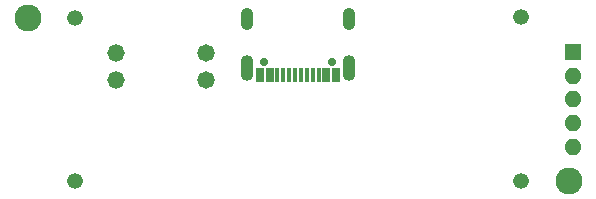
<source format=gbs>
%TF.GenerationSoftware,KiCad,Pcbnew,(7.0.0-0)*%
%TF.CreationDate,2023-08-09T13:49:59+02:00*%
%TF.ProjectId,shine-usb-c,7368696e-652d-4757-9362-2d632e6b6963,1*%
%TF.SameCoordinates,Original*%
%TF.FileFunction,Soldermask,Bot*%
%TF.FilePolarity,Negative*%
%FSLAX46Y46*%
G04 Gerber Fmt 4.6, Leading zero omitted, Abs format (unit mm)*
G04 Created by KiCad (PCBNEW (7.0.0-0)) date 2023-08-09 13:49:59*
%MOMM*%
%LPD*%
G01*
G04 APERTURE LIST*
G04 Aperture macros list*
%AMRoundRect*
0 Rectangle with rounded corners*
0 $1 Rounding radius*
0 $2 $3 $4 $5 $6 $7 $8 $9 X,Y pos of 4 corners*
0 Add a 4 corners polygon primitive as box body*
4,1,4,$2,$3,$4,$5,$6,$7,$8,$9,$2,$3,0*
0 Add four circle primitives for the rounded corners*
1,1,$1+$1,$2,$3*
1,1,$1+$1,$4,$5*
1,1,$1+$1,$6,$7*
1,1,$1+$1,$8,$9*
0 Add four rect primitives between the rounded corners*
20,1,$1+$1,$2,$3,$4,$5,0*
20,1,$1+$1,$4,$5,$6,$7,0*
20,1,$1+$1,$6,$7,$8,$9,0*
20,1,$1+$1,$8,$9,$2,$3,0*%
G04 Aperture macros list end*
%ADD10C,0.726000*%
%ADD11RoundRect,0.038000X-0.300000X-0.575000X0.300000X-0.575000X0.300000X0.575000X-0.300000X0.575000X0*%
%ADD12RoundRect,0.038000X-0.150000X-0.575000X0.150000X-0.575000X0.150000X0.575000X-0.150000X0.575000X0*%
%ADD13O,1.076000X1.876000*%
%ADD14O,1.076000X2.176000*%
%ADD15C,1.476000*%
%ADD16O,1.476000X1.476000*%
%ADD17C,1.326000*%
%ADD18C,2.276000*%
%ADD19RoundRect,0.038000X0.675000X0.675000X-0.675000X0.675000X-0.675000X-0.675000X0.675000X-0.675000X0*%
%ADD20O,1.426000X1.426000*%
G04 APERTURE END LIST*
D10*
%TO.C,J2*%
X150110000Y-92855000D03*
X155890000Y-92855000D03*
D11*
X149800000Y-93930000D03*
X150600000Y-93930000D03*
D12*
X151750000Y-93930000D03*
X152750000Y-93930000D03*
X153250000Y-93930000D03*
X154250000Y-93930000D03*
D11*
X156200000Y-93930000D03*
X155400000Y-93930000D03*
D12*
X154750000Y-93930000D03*
X153750000Y-93930000D03*
X152250000Y-93930000D03*
X151250000Y-93930000D03*
D13*
X148679999Y-89174999D03*
X157319999Y-89174999D03*
D14*
X148679999Y-93354998D03*
X157319999Y-93354998D03*
%TD*%
D15*
%TO.C,R2*%
X145210000Y-94400000D03*
D16*
X137589999Y-94399999D03*
%TD*%
D17*
%TO.C,*%
X171850000Y-89050000D03*
%TD*%
D18*
%TO.C,REF\u002A\u002A*%
X130100000Y-89100000D03*
%TD*%
D17*
%TO.C,*%
X171850000Y-102900000D03*
%TD*%
D15*
%TO.C,R1*%
X145210000Y-92100000D03*
D16*
X137589999Y-92099999D03*
%TD*%
D17*
%TO.C,*%
X134125000Y-102925000D03*
%TD*%
D18*
%TO.C,REF\u002A\u002A*%
X175900000Y-102900000D03*
%TD*%
D17*
%TO.C,*%
X134125000Y-89100000D03*
%TD*%
D19*
%TO.C,J1*%
X176250000Y-92000000D03*
D20*
X176249999Y-93999999D03*
X176249999Y-95999999D03*
X176249999Y-97999999D03*
X176249999Y-99999999D03*
%TD*%
M02*

</source>
